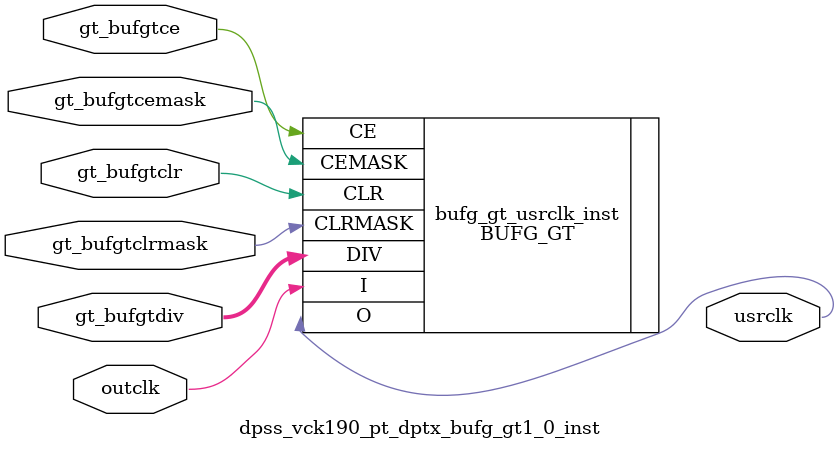
<source format=v>




`timescale 1ns / 1ps



module dpss_vck190_pt_dptx_bufg_gt1_0_inst  (
    input outclk,
    input gt_bufgtce,
    input gt_bufgtcemask,
    input gt_bufgtclr,
    input gt_bufgtclrmask,
    input [2:0] gt_bufgtdiv,
    output usrclk
    );
     
      wire sync_ce;
      wire sync_clr;

      //BUFG_GT_SYNC sync_clr_ce (.CESYNC(sync_ce), .CLRSYNC(sync_clr), .CE(gt_bufgtce), .CLK(outclk), .CLR(gt_bufgtclr));
    //assign usrclk = outclk;
      BUFG_GT #(
        .SIM_DEVICE ("VERSAL_AI_CORE")
      ) bufg_gt_usrclk_inst (
        .CE      (gt_bufgtce),
        .CEMASK  (gt_bufgtcemask),
        .CLR     (gt_bufgtclr),
        .CLRMASK (gt_bufgtclrmask),
        .DIV     (gt_bufgtdiv),
        .I       (outclk),
        .O       (usrclk)
      );
endmodule
//------}

</source>
